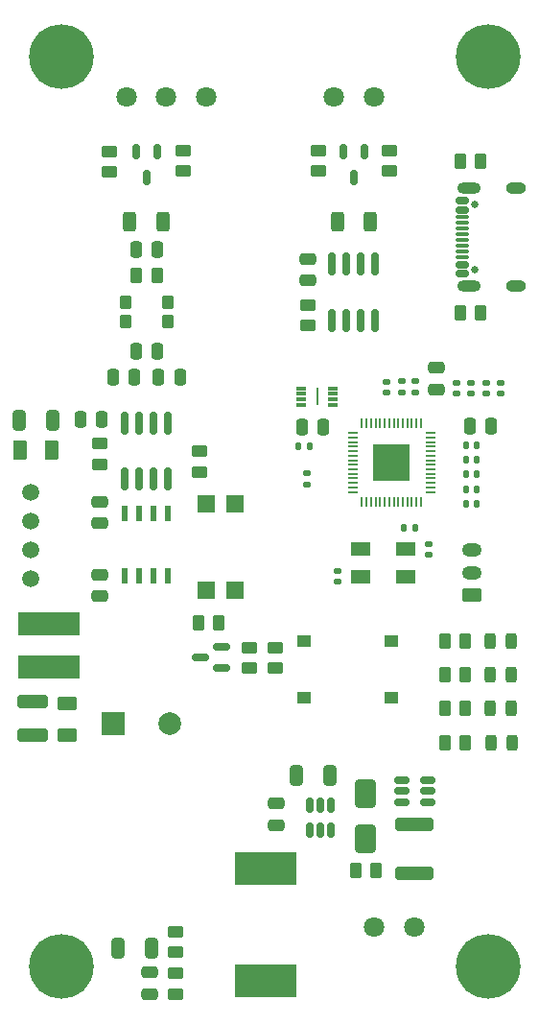
<source format=gts>
G04 #@! TF.GenerationSoftware,KiCad,Pcbnew,8.0.6*
G04 #@! TF.CreationDate,2025-03-23T16:03:48+01:00*
G04 #@! TF.ProjectId,RS485-insolated-repeater,52533438-352d-4696-9e73-6f6c61746564,v1.0*
G04 #@! TF.SameCoordinates,Original*
G04 #@! TF.FileFunction,Soldermask,Top*
G04 #@! TF.FilePolarity,Negative*
%FSLAX46Y46*%
G04 Gerber Fmt 4.6, Leading zero omitted, Abs format (unit mm)*
G04 Created by KiCad (PCBNEW 8.0.6) date 2025-03-23 16:03:48*
%MOMM*%
%LPD*%
G01*
G04 APERTURE LIST*
G04 Aperture macros list*
%AMRoundRect*
0 Rectangle with rounded corners*
0 $1 Rounding radius*
0 $2 $3 $4 $5 $6 $7 $8 $9 X,Y pos of 4 corners*
0 Add a 4 corners polygon primitive as box body*
4,1,4,$2,$3,$4,$5,$6,$7,$8,$9,$2,$3,0*
0 Add four circle primitives for the rounded corners*
1,1,$1+$1,$2,$3*
1,1,$1+$1,$4,$5*
1,1,$1+$1,$6,$7*
1,1,$1+$1,$8,$9*
0 Add four rect primitives between the rounded corners*
20,1,$1+$1,$2,$3,$4,$5,0*
20,1,$1+$1,$4,$5,$6,$7,0*
20,1,$1+$1,$6,$7,$8,$9,0*
20,1,$1+$1,$8,$9,$2,$3,0*%
G04 Aperture macros list end*
%ADD10O,1.800000X1.000000*%
%ADD11O,2.100000X1.000000*%
%ADD12RoundRect,0.150000X0.425000X-0.150000X0.425000X0.150000X-0.425000X0.150000X-0.425000X-0.150000X0*%
%ADD13RoundRect,0.075000X0.500000X-0.075000X0.500000X0.075000X-0.500000X0.075000X-0.500000X-0.075000X0*%
%ADD14C,0.650000*%
%ADD15R,1.250000X1.000000*%
%ADD16RoundRect,0.150000X-0.150000X0.512500X-0.150000X-0.512500X0.150000X-0.512500X0.150000X0.512500X0*%
%ADD17RoundRect,0.250000X1.450000X-0.312500X1.450000X0.312500X-1.450000X0.312500X-1.450000X-0.312500X0*%
%ADD18C,1.803400*%
%ADD19RoundRect,0.140000X-0.140000X-0.170000X0.140000X-0.170000X0.140000X0.170000X-0.140000X0.170000X0*%
%ADD20RoundRect,0.140000X0.170000X-0.140000X0.170000X0.140000X-0.170000X0.140000X-0.170000X-0.140000X0*%
%ADD21RoundRect,0.150000X0.512500X0.150000X-0.512500X0.150000X-0.512500X-0.150000X0.512500X-0.150000X0*%
%ADD22RoundRect,0.250000X0.262500X0.450000X-0.262500X0.450000X-0.262500X-0.450000X0.262500X-0.450000X0*%
%ADD23C,5.700000*%
%ADD24RoundRect,0.140000X-0.170000X0.140000X-0.170000X-0.140000X0.170000X-0.140000X0.170000X0.140000X0*%
%ADD25RoundRect,0.250000X-0.250000X-0.475000X0.250000X-0.475000X0.250000X0.475000X-0.250000X0.475000X0*%
%ADD26RoundRect,0.243750X0.243750X0.456250X-0.243750X0.456250X-0.243750X-0.456250X0.243750X-0.456250X0*%
%ADD27O,1.750000X1.200000*%
%ADD28RoundRect,0.250000X0.625000X-0.350000X0.625000X0.350000X-0.625000X0.350000X-0.625000X-0.350000X0*%
%ADD29RoundRect,0.250000X-1.100000X0.325000X-1.100000X-0.325000X1.100000X-0.325000X1.100000X0.325000X0*%
%ADD30RoundRect,0.135000X0.185000X-0.135000X0.185000X0.135000X-0.185000X0.135000X-0.185000X-0.135000X0*%
%ADD31RoundRect,0.135000X-0.185000X0.135000X-0.185000X-0.135000X0.185000X-0.135000X0.185000X0.135000X0*%
%ADD32RoundRect,0.250000X0.250000X0.475000X-0.250000X0.475000X-0.250000X-0.475000X0.250000X-0.475000X0*%
%ADD33RoundRect,0.250000X0.450000X-0.262500X0.450000X0.262500X-0.450000X0.262500X-0.450000X-0.262500X0*%
%ADD34C,2.000000*%
%ADD35R,2.000000X2.000000*%
%ADD36RoundRect,0.250000X-0.325000X-0.650000X0.325000X-0.650000X0.325000X0.650000X-0.325000X0.650000X0*%
%ADD37RoundRect,0.250000X-0.475000X0.250000X-0.475000X-0.250000X0.475000X-0.250000X0.475000X0.250000X0*%
%ADD38RoundRect,0.250000X-0.262500X-0.450000X0.262500X-0.450000X0.262500X0.450000X-0.262500X0.450000X0*%
%ADD39RoundRect,0.250000X0.325000X0.650000X-0.325000X0.650000X-0.325000X-0.650000X0.325000X-0.650000X0*%
%ADD40RoundRect,0.250000X-0.312500X-0.625000X0.312500X-0.625000X0.312500X0.625000X-0.312500X0.625000X0*%
%ADD41R,5.500000X2.150000*%
%ADD42RoundRect,0.250000X-0.450000X0.262500X-0.450000X-0.262500X0.450000X-0.262500X0.450000X0.262500X0*%
%ADD43RoundRect,0.250000X-0.375000X-0.625000X0.375000X-0.625000X0.375000X0.625000X-0.375000X0.625000X0*%
%ADD44RoundRect,0.150000X0.587500X0.150000X-0.587500X0.150000X-0.587500X-0.150000X0.587500X-0.150000X0*%
%ADD45RoundRect,0.250000X0.625000X-0.375000X0.625000X0.375000X-0.625000X0.375000X-0.625000X-0.375000X0*%
%ADD46R,5.400000X2.900000*%
%ADD47RoundRect,0.250000X-0.650000X1.000000X-0.650000X-1.000000X0.650000X-1.000000X0.650000X1.000000X0*%
%ADD48R,0.599999X1.400000*%
%ADD49C,1.500000*%
%ADD50RoundRect,0.050000X0.450000X-0.525000X0.450000X0.525000X-0.450000X0.525000X-0.450000X-0.525000X0*%
%ADD51RoundRect,0.250000X0.475000X-0.250000X0.475000X0.250000X-0.475000X0.250000X-0.475000X-0.250000X0*%
%ADD52R,1.800000X1.200000*%
%ADD53R,3.200000X3.200000*%
%ADD54RoundRect,0.050000X-0.050000X-0.387500X0.050000X-0.387500X0.050000X0.387500X-0.050000X0.387500X0*%
%ADD55RoundRect,0.050000X-0.387500X-0.050000X0.387500X-0.050000X0.387500X0.050000X-0.387500X0.050000X0*%
%ADD56RoundRect,0.150000X0.150000X-0.512500X0.150000X0.512500X-0.150000X0.512500X-0.150000X-0.512500X0*%
%ADD57R,0.250000X1.650000*%
%ADD58R,0.900000X0.300000*%
%ADD59RoundRect,0.150000X0.150000X-0.825000X0.150000X0.825000X-0.150000X0.825000X-0.150000X-0.825000X0*%
%ADD60R,1.600000X1.600000*%
%ADD61RoundRect,0.135000X-0.135000X-0.185000X0.135000X-0.185000X0.135000X0.185000X-0.135000X0.185000X0*%
G04 APERTURE END LIST*
D10*
X161899999Y-76080000D03*
D11*
X157719999Y-76080000D03*
D10*
X161899999Y-84720000D03*
D11*
X157719999Y-84720000D03*
D12*
X157144999Y-83600000D03*
X157144999Y-82800000D03*
D13*
X157144999Y-82150000D03*
X157144999Y-81150000D03*
X157144999Y-79650000D03*
X157144999Y-78650000D03*
D12*
X157144999Y-78000000D03*
X157144999Y-77200000D03*
X157144999Y-77200000D03*
X157144999Y-78000000D03*
D13*
X157144999Y-79150000D03*
X157144999Y-80150000D03*
X157144999Y-80650000D03*
X157144999Y-81650000D03*
D12*
X157144999Y-82800000D03*
X157144999Y-83600000D03*
D14*
X158219999Y-77510000D03*
X158219999Y-83290000D03*
D15*
X150875000Y-121000000D03*
X143125000Y-121000000D03*
D16*
X147550000Y-75137500D03*
X146600000Y-72862500D03*
X148500000Y-72862500D03*
D17*
X152849999Y-132225000D03*
X152849999Y-136500000D03*
D18*
X134500000Y-68000000D03*
X131000000Y-68000000D03*
X127499999Y-68000000D03*
D19*
X158424999Y-101325000D03*
X157464999Y-101325000D03*
D20*
X159224999Y-93215000D03*
X159224999Y-94175000D03*
D21*
X151824999Y-128325000D03*
X154099999Y-128325000D03*
X151824999Y-129275000D03*
X151824999Y-130225000D03*
X154099999Y-129275000D03*
X154099999Y-130225000D03*
D22*
X156919999Y-73710000D03*
X158744999Y-73710000D03*
D23*
X121700000Y-144750000D03*
D24*
X146124999Y-110805000D03*
X146124999Y-109845000D03*
D15*
X143125000Y-116000000D03*
X150875000Y-116000000D03*
D19*
X158424999Y-98725000D03*
X157464999Y-98725000D03*
D18*
X149349999Y-141277302D03*
X152850000Y-141277302D03*
D22*
X147687499Y-136225000D03*
X149512499Y-136225000D03*
D19*
X158424999Y-103925000D03*
X157464999Y-103925000D03*
D25*
X159674999Y-97025000D03*
X157774999Y-97025000D03*
D20*
X156624999Y-93215000D03*
X156624999Y-94175000D03*
D26*
X159562499Y-122000000D03*
X161437499Y-122000000D03*
D20*
X160500000Y-93220000D03*
X160500000Y-94180000D03*
D27*
X157949999Y-108000000D03*
X157949999Y-110000000D03*
D28*
X157949999Y-112000000D03*
D22*
X155562499Y-125000000D03*
X157387499Y-125000000D03*
D29*
X119200000Y-124350000D03*
X119200000Y-121400000D03*
D30*
X153000000Y-93080000D03*
X153000000Y-94100000D03*
D31*
X143400000Y-102200000D03*
X143400000Y-101180000D03*
D32*
X128299999Y-81500000D03*
X130199999Y-81500000D03*
D22*
X128337499Y-83750000D03*
X130162499Y-83750000D03*
D26*
X159624999Y-125000000D03*
X161499999Y-125000000D03*
D33*
X125100000Y-98600000D03*
X125100000Y-100425000D03*
D25*
X132199999Y-92750000D03*
X130299999Y-92750000D03*
D22*
X155562499Y-116000000D03*
X157387499Y-116000000D03*
D25*
X130199999Y-90500000D03*
X128299999Y-90500000D03*
D19*
X143624999Y-98825000D03*
X142664999Y-98825000D03*
D33*
X133899999Y-99300000D03*
X133899999Y-101125000D03*
D20*
X154124999Y-107445000D03*
X154124999Y-108405000D03*
D26*
X159562499Y-116000000D03*
X161437499Y-116000000D03*
D33*
X138299999Y-116600000D03*
X138299999Y-118425000D03*
D26*
X159562499Y-119000000D03*
X161437499Y-119000000D03*
D33*
X131849999Y-145325000D03*
X131849999Y-147150000D03*
D19*
X158424999Y-102625000D03*
X157464999Y-102625000D03*
D34*
X131300000Y-123300000D03*
D35*
X126300000Y-123300000D03*
D33*
X132499999Y-72750000D03*
X132499999Y-74575000D03*
D36*
X120975000Y-96600000D03*
X118025000Y-96600000D03*
D25*
X144874999Y-97125000D03*
X142974999Y-97125000D03*
D37*
X140700000Y-132250000D03*
X140700000Y-130350000D03*
D23*
X159450000Y-144750000D03*
D38*
X135642499Y-114410000D03*
X133817499Y-114410000D03*
D25*
X125300000Y-96500000D03*
X123400000Y-96500000D03*
D39*
X126750000Y-143100000D03*
X129700000Y-143100000D03*
D33*
X125999999Y-72837500D03*
X125999999Y-74662500D03*
D40*
X130712499Y-79000000D03*
X127787499Y-79000000D03*
X149012500Y-79000000D03*
X146087500Y-79000000D03*
D41*
X120600000Y-114500000D03*
X120600000Y-118350000D03*
D42*
X140599999Y-118412500D03*
X140599999Y-116587500D03*
D43*
X120900000Y-99200000D03*
X118100000Y-99200000D03*
D44*
X134024999Y-117450000D03*
X135899999Y-116500000D03*
X135899999Y-118400000D03*
D45*
X122250000Y-121550000D03*
X122250000Y-124350000D03*
D46*
X139749999Y-146000000D03*
X139749999Y-136100000D03*
D25*
X128199999Y-92750000D03*
X126299999Y-92750000D03*
D33*
X143500000Y-86375000D03*
X143500000Y-88200000D03*
D47*
X148599999Y-133475000D03*
X148599999Y-129475000D03*
D48*
X127344999Y-104750000D03*
X128614999Y-104750000D03*
X129884999Y-104750000D03*
X131154999Y-104750000D03*
X131154999Y-110250000D03*
X129884999Y-110250000D03*
X128614999Y-110250000D03*
X127344999Y-110250000D03*
D22*
X155562499Y-122000000D03*
X157387499Y-122000000D03*
D49*
X119000000Y-102890000D03*
X119000000Y-105430000D03*
X119000000Y-107970000D03*
X119000000Y-110510000D03*
D33*
X150700000Y-72750000D03*
X150700000Y-74575000D03*
D50*
X127409999Y-86135000D03*
X131089999Y-86135000D03*
X131089999Y-87865000D03*
X127409999Y-87865000D03*
D51*
X154824999Y-91925000D03*
X154824999Y-93825000D03*
D22*
X155562499Y-119000000D03*
X157387499Y-119000000D03*
D51*
X125100000Y-110150000D03*
X125100000Y-112050000D03*
D52*
X148124999Y-107925000D03*
X152124999Y-107925000D03*
X152124999Y-110325000D03*
X148124999Y-110325000D03*
D23*
X159450000Y-64500000D03*
D53*
X150874999Y-100275000D03*
D54*
X148274999Y-96837500D03*
X148674999Y-96837500D03*
X149074999Y-96837500D03*
X149474999Y-96837500D03*
X149874999Y-96837500D03*
X150274999Y-96837500D03*
X150674999Y-96837500D03*
X151074999Y-96837500D03*
X151474999Y-96837500D03*
X151874999Y-96837500D03*
X152274999Y-96837500D03*
X152674999Y-96837500D03*
X153074999Y-96837500D03*
X153474999Y-96837500D03*
D55*
X154312499Y-97675000D03*
X154312499Y-98075000D03*
X154312499Y-98475000D03*
X154312499Y-98875000D03*
X154312499Y-99275000D03*
X154312499Y-99675000D03*
X154312499Y-100075000D03*
X154312499Y-100475000D03*
X154312499Y-100875000D03*
X154312499Y-101275000D03*
X154312499Y-101675000D03*
X154312499Y-102075000D03*
X154312499Y-102475000D03*
X154312499Y-102875000D03*
D54*
X153474999Y-103712500D03*
X153074999Y-103712500D03*
X152674999Y-103712500D03*
X152274999Y-103712500D03*
X151874999Y-103712500D03*
X151474999Y-103712500D03*
X151074999Y-103712500D03*
X150674999Y-103712500D03*
X150274999Y-103712500D03*
X149874999Y-103712500D03*
X149474999Y-103712500D03*
X149074999Y-103712500D03*
X148674999Y-103712500D03*
X148274999Y-103712500D03*
D55*
X147437499Y-102875000D03*
X147437499Y-102475000D03*
X147437499Y-102075000D03*
X147437499Y-101675000D03*
X147437499Y-101275000D03*
X147437499Y-100875000D03*
X147437499Y-100475000D03*
X147437499Y-100075000D03*
X147437499Y-99675000D03*
X147437499Y-99275000D03*
X147437499Y-98875000D03*
X147437499Y-98475000D03*
X147437499Y-98075000D03*
X147437499Y-97675000D03*
D37*
X129549999Y-147150000D03*
X129549999Y-145250000D03*
D16*
X129249999Y-75137500D03*
X128299999Y-72862500D03*
X130199999Y-72862500D03*
D56*
X143649999Y-130475000D03*
X144599999Y-130475000D03*
X145549999Y-130475000D03*
X145549999Y-132750000D03*
X144599999Y-132750000D03*
X143649999Y-132750000D03*
D51*
X125100000Y-103750000D03*
X125100000Y-105650000D03*
D31*
X151800000Y-94100000D03*
X151800000Y-93080000D03*
D22*
X156919999Y-87110000D03*
X158744999Y-87110000D03*
D37*
X143500000Y-84200000D03*
X143500000Y-82300000D03*
D19*
X158424999Y-100025000D03*
X157464999Y-100025000D03*
D33*
X131849999Y-141650000D03*
X131849999Y-143475000D03*
D42*
X144400000Y-74575000D03*
X144400000Y-72750000D03*
D23*
X121700000Y-64500000D03*
D20*
X150424999Y-93165000D03*
X150424999Y-94125000D03*
X157924999Y-93215000D03*
X157924999Y-94175000D03*
D18*
X149300001Y-68000000D03*
X145800000Y-68000000D03*
D36*
X145449999Y-127900000D03*
X142499999Y-127900000D03*
D57*
X144324999Y-94475000D03*
D58*
X142924999Y-95225000D03*
X142924999Y-94725000D03*
X142924999Y-94225000D03*
X142924999Y-93725000D03*
X145724999Y-93725000D03*
X145724999Y-94225000D03*
X145724999Y-94725000D03*
X145724999Y-95225000D03*
D59*
X127344999Y-96775000D03*
X128614999Y-96775000D03*
X129884999Y-96775000D03*
X131154999Y-96775000D03*
X131154999Y-101725000D03*
X129884999Y-101725000D03*
X128614999Y-101725000D03*
X127344999Y-101725000D03*
D60*
X134529999Y-103890000D03*
X137069999Y-103890000D03*
X137069999Y-111510000D03*
X134529999Y-111510000D03*
D59*
X145645000Y-82775000D03*
X146915000Y-82775000D03*
X148185000Y-82775000D03*
X149455000Y-82775000D03*
X149455000Y-87725000D03*
X148185000Y-87725000D03*
X146915000Y-87725000D03*
X145645000Y-87725000D03*
D61*
X152944999Y-106025000D03*
X151924999Y-106025000D03*
M02*

</source>
